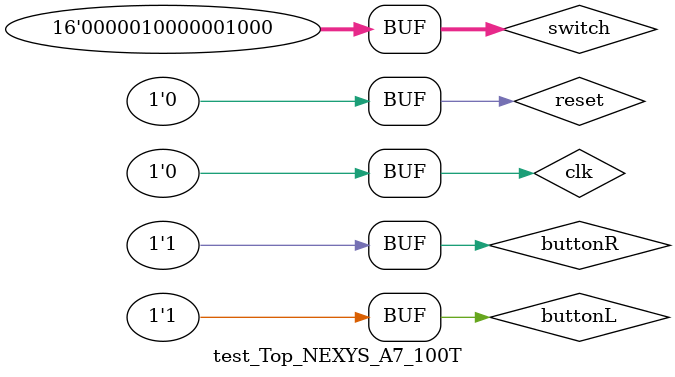
<source format=sv>
`timescale 1ns / 1ps


module test_Top_NEXYS_A7_100T();
    logic 		 clk;	  // CLK100MHZ
    logic 		 reset;   // BTNC
    logic 		 buttonL; // BTNL
    logic 		 buttonR; // BTNR
    logic [15:0] switch;  // SW
    logic [7:0]  AN;
    logic [6:0]  A2G;
    
    // instantiate device to be tested
    Top_NEXYS_A7_100T top(.clk(clk),
                          .reset(reset),
                          .buttonL(buttonL),
                          .buttonR(buttonR),
                          .switch(switch),
                          .AN(AN),
                          .A2G(A2G));
    
    // initialize test
    initial begin
        #0; reset <= 1;
        #2; reset <= 0;
        #2; buttonL <= 1; buttonR <= 1;
        #2; switch 	<= 16'b00000100_00001000; // 4 + 8
    end
    
    // generate clock to sequence tests
    always begin
        clk <= 1; # 5;
        clk <= 0; # 5;
    end
    
endmodule

</source>
